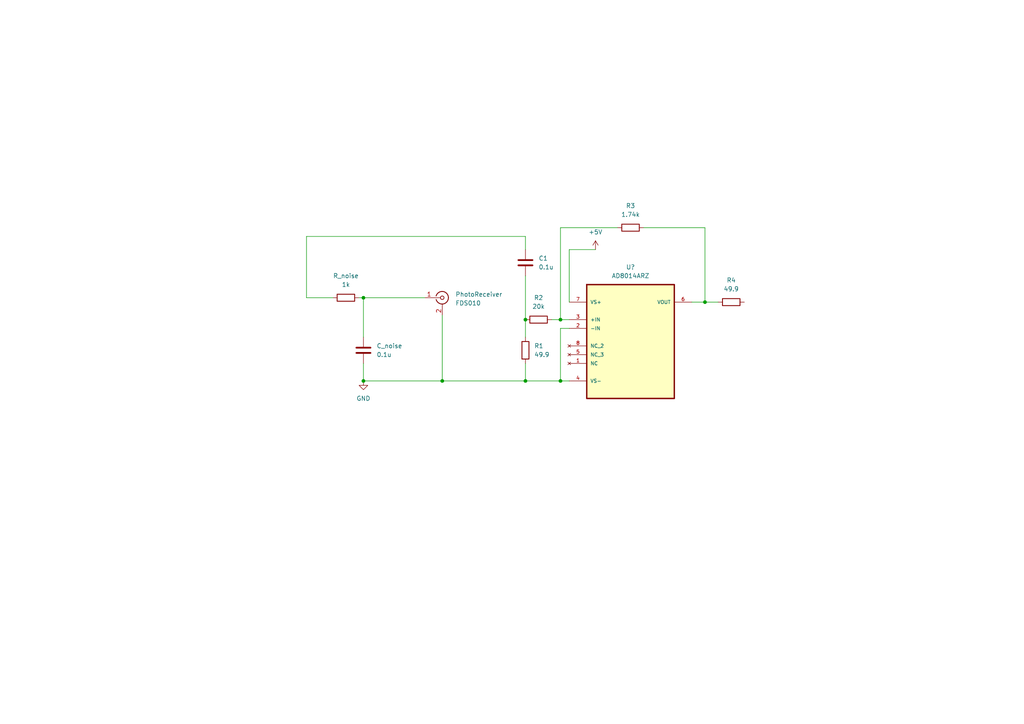
<source format=kicad_sch>
(kicad_sch (version 20211123) (generator eeschema)
  (paper "A4")
  (lib_symbols
    (symbol "Connector:Conn_Coaxial" (pin_names (offset 1.016) hide)
      (property "Reference" "J" (at 0.254 3.048 0))
      (property "Value" "Conn_Coaxial" (at 2.921 0 90))
      (symbol "Conn_Coaxial_0_1"
        (arc (start -1.778 -0.508) (mid 0.2311 -1.8066) (end 1.778 0) (stroke (width 0.254)))
        (polyline (pts (xy -2.54 0) (xy -0.508 0)))
        (polyline (pts (xy 0 -2.54) (xy 0 -1.778)))
        (circle (center 0 0) (radius 0.508) (stroke (width 0.2032)))
        (arc (start 1.778 0) (mid 0.2099 1.8101) (end -1.778 0.508) (stroke (width 0.254)))
      )
      (symbol "Conn_Coaxial_1_1"
        (pin passive line (at -5.08 0 0) (length 2.54) (name "In") (number "1"))
        (pin passive line (at 0 -5.08 90) (length 2.54) (name "Ext") (number "2"))
      )
    )
    (symbol "Device:C" (pin_numbers hide) (pin_names (offset 0.254))
      (property "Reference" "C" (at 0.635 2.54 0))
      (property "Value" "C" (at 0.635 -2.54 0))
      (symbol "C_0_1"
        (polyline (pts (xy -2.032 -0.762) (xy 2.032 -0.762)) (stroke (width 0.508)))
        (polyline (pts (xy -2.032 0.762) (xy 2.032 0.762)) (stroke (width 0.508)))
      )
      (symbol "C_1_1"
        (pin passive line (at 0 3.81 270) (length 2.794) (name "~") (number "1"))
        (pin passive line (at 0 -3.81 90) (length 2.794) (name "~") (number "2"))
      )
    )
    (symbol "Device:R" (pin_numbers hide) (pin_names (offset 0))
      (property "Reference" "R" (at 2.032 0 90))
      (property "Value" "R" (at 0 0 90))
      (symbol "R_0_1"
        (rectangle (start -1.016 -2.54) (end 1.016 2.54) (stroke (width 0.254)))
      )
      (symbol "R_1_1"
        (pin passive line (at 0 3.81 270) (length 1.27) (name "~") (number "1"))
        (pin passive line (at 0 -3.81 90) (length 1.27) (name "~") (number "2"))
      )
    )
    (symbol "local_library:AD8014ARZ" (pin_names (offset 1.016))
      (property "Reference" "U" (at -4.9865 15.1884 0))
      (property "Value" "AD8014ARZ" (at -7.7274 -23.2583 0))
      (symbol "AD8014ARZ_0_0"
        (rectangle (start -12.7 -20.32) (end 12.7 12.7) (stroke (width 0.4064)) (fill (type background)))
        (pin no_connect line (at -17.78 -10.16 0) (length 5.08) (name "NC") (number "1"))
        (pin input line (at -17.78 0 0) (length 5.08) (name "-IN") (number "2"))
        (pin input line (at -17.78 2.54 0) (length 5.08) (name "+IN") (number "3"))
        (pin power_in line (at -17.78 -15.24 0) (length 5.08) (name "VS-") (number "4"))
        (pin no_connect line (at -17.78 -7.62 0) (length 5.08) (name "NC_3") (number "5"))
        (pin output line (at 17.78 7.62 180) (length 5.08) (name "VOUT") (number "6"))
        (pin power_in line (at -17.78 7.62 0) (length 5.08) (name "VS+") (number "7"))
        (pin no_connect line (at -17.78 -5.08 0) (length 5.08) (name "NC_2") (number "8"))
      )
    )
    (symbol "power:+5V" (power) (pin_names (offset 0))
      (property "Value" "+5V" (at 0 3.556 0))
      (symbol "+5V_0_1"
        (polyline (pts (xy -0.762 1.27) (xy 0 2.54)))
        (polyline (pts (xy 0 0) (xy 0 2.54)))
        (polyline (pts (xy 0 2.54) (xy 0.762 1.27)))
      )
      (symbol "+5V_1_1"
        (pin power_in line (at 0 0 90) (length 0) hide (name "+5V") (number "1"))
      )
    )
    (symbol "power:GND" (power) (pin_names (offset 0))
      (property "Value" "GND" (at 0 -3.81 0))
      (symbol "GND_0_1"
        (polyline (pts (xy 0 0) (xy 0 -1.27) (xy 1.27 -1.27) (xy 0 -2.54) (xy -1.27 -1.27) (xy 0 -1.27)))
      )
      (symbol "GND_1_1"
        (pin power_in line (at 0 0 270) (length 0) hide (name "GND") (number "1"))
      )
    )
  )
  (junction (at 105.41 110.49))
  (junction (at 162.56 110.49))
  (junction (at 152.4 110.49))
  (junction (at 204.47 87.63))
  (junction (at 152.4 92.71))
  (junction (at 128.27 110.49))
  (junction (at 162.56 92.71))
  (junction (at 105.41 86.36))
  (wire (pts (xy 165.1 95.25) (xy 162.56 95.25)))
  (wire (pts (xy 152.4 92.71) (xy 152.4 80.01)))
  (wire (pts (xy 152.4 105.41) (xy 152.4 110.49)))
  (wire (pts (xy 88.9 68.58) (xy 88.9 86.36)))
  (wire (pts (xy 162.56 95.25) (xy 162.56 110.49)))
  (wire (pts (xy 128.27 91.44) (xy 128.27 110.49)))
  (wire (pts (xy 105.41 110.49) (xy 128.27 110.49)))
  (wire (pts (xy 186.69 66.04) (xy 204.47 66.04)))
  (wire (pts (xy 152.4 68.58) (xy 88.9 68.58)))
  (wire (pts (xy 165.1 87.63) (xy 165.1 72.39)))
  (wire (pts (xy 105.41 86.36) (xy 123.19 86.36)))
  (wire (pts (xy 152.4 72.39) (xy 152.4 68.58)))
  (wire (pts (xy 104.14 86.36) (xy 105.41 86.36)))
  (wire (pts (xy 152.4 110.49) (xy 162.56 110.49)))
  (wire (pts (xy 204.47 87.63) (xy 208.28 87.63)))
  (wire (pts (xy 88.9 86.36) (xy 96.52 86.36)))
  (wire (pts (xy 165.1 72.39) (xy 172.72 72.39)))
  (wire (pts (xy 152.4 92.71) (xy 152.4 97.79)))
  (wire (pts (xy 160.02 92.71) (xy 162.56 92.71)))
  (wire (pts (xy 105.41 86.36) (xy 105.41 97.79)))
  (wire (pts (xy 162.56 92.71) (xy 165.1 92.71)))
  (wire (pts (xy 105.41 110.49) (xy 105.41 105.41)))
  (wire (pts (xy 162.56 66.04) (xy 179.07 66.04)))
  (wire (pts (xy 162.56 92.71) (xy 162.56 66.04)))
  (wire (pts (xy 162.56 110.49) (xy 165.1 110.49)))
  (wire (pts (xy 200.66 87.63) (xy 204.47 87.63)))
  (wire (pts (xy 204.47 66.04) (xy 204.47 87.63)))
  (wire (pts (xy 128.27 110.49) (xy 152.4 110.49)))
  (symbol (lib_id "local_library:AD8014ARZ") (at 182.88 95.25 0) (unit 1)
    (property "Reference" "U?" (at 182.88 77.47 0))
    (property "Value" "AD8014ARZ" (at 182.88 80.01 0))
    (property "Footprint" "SOIC127P600X175-8N" (effects hide))
    (property "OC_FARNELL" "8621489" (effects hide))
    (property "SUPPLIER" "Analog Devices" (effects hide))
    (property "PACKAGE" "SOIC-8" (effects hide))
    (property "OC_NEWARK" "88H0097" (effects hide))
    (property "MPN" "AD8014ARZ" (effects hide))
  )
  (symbol (lib_id "Device:R") (at 152.4 101.6 0) (unit 1)
    (property "Reference" "R1" (at 154.94 100.3299 0) (effects (justify left)))
    (property "Value" "49.9" (at 154.94 102.8699 0) (effects (justify left)))
  )
  (symbol (lib_id "Device:R") (at 156.21 92.71 270) (unit 1)
    (property "Reference" "R2" (at 156.21 86.36 90))
    (property "Value" "20k" (at 156.21 88.9 90))
  )
  (symbol (lib_id "Device:R") (at 182.88 66.04 90) (unit 1)
    (property "Reference" "R3" (at 182.88 59.69 90))
    (property "Value" "1.74k" (at 182.88 62.23 90))
  )
  (symbol (lib_id "power:GND") (at 105.41 110.49 0) (unit 1)
    (property "Reference" "#PWR?" (effects hide))
    (property "Value" "GND" (at 105.41 115.57 0))
  )
  (symbol (lib_id "Device:C") (at 152.4 76.2 180) (unit 1)
    (property "Reference" "C1" (at 156.21 74.9299 0) (effects (justify right)))
    (property "Value" "0.1u" (at 156.21 77.4699 0) (effects (justify right)))
  )
  (symbol (lib_id "Device:R") (at 212.09 87.63 90) (unit 1)
    (property "Reference" "R4" (at 212.09 81.28 90))
    (property "Value" "49.9" (at 212.09 83.82 90))
  )
  (symbol (lib_id "Connector:Conn_Coaxial") (at 128.27 86.36 0) (unit 1)
    (property "Reference" "PhotoReceiver" (at 132.08 85.3831 0) (effects (justify left)))
    (property "Value" "FDS010" (at 132.08 87.9231 0) (effects (justify left)))
    (property "Datasheet" " ~" (effects hide))
  )
  (symbol (lib_id "Device:C") (at 105.41 101.6 0) (unit 1)
    (property "Reference" "C_noise" (at 109.22 100.3299 0) (effects (justify left)))
    (property "Value" "0.1u" (at 109.22 102.8699 0) (effects (justify left)))
  )
  (symbol (lib_id "Device:R") (at 100.33 86.36 270) (unit 1)
    (property "Reference" "R_noise" (at 100.33 80.01 90))
    (property "Value" "1k" (at 100.33 82.55 90))
  )
  (symbol (lib_id "power:+5V") (at 172.72 72.39 0) (unit 1)
    (property "Reference" "#PWR?" (effects hide))
    (property "Value" "+5V" (at 172.72 67.31 0))
  )
)
</source>
